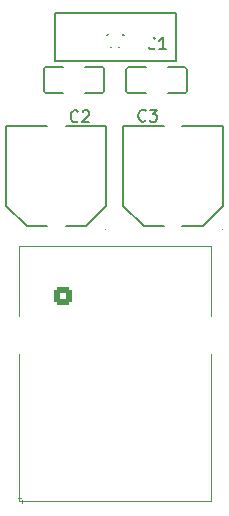
<source format=gbr>
%TF.GenerationSoftware,KiCad,Pcbnew,7.0.5-0*%
%TF.CreationDate,2024-07-28T13:55:19+02:00*%
%TF.ProjectId,rj45-dynamixel-adapter,726a3435-2d64-4796-9e61-6d6978656c2d,rev?*%
%TF.SameCoordinates,Original*%
%TF.FileFunction,Legend,Top*%
%TF.FilePolarity,Positive*%
%FSLAX46Y46*%
G04 Gerber Fmt 4.6, Leading zero omitted, Abs format (unit mm)*
G04 Created by KiCad (PCBNEW 7.0.5-0) date 2024-07-28 13:55:19*
%MOMM*%
%LPD*%
G01*
G04 APERTURE LIST*
G04 Aperture macros list*
%AMRoundRect*
0 Rectangle with rounded corners*
0 $1 Rounding radius*
0 $2 $3 $4 $5 $6 $7 $8 $9 X,Y pos of 4 corners*
0 Add a 4 corners polygon primitive as box body*
4,1,4,$2,$3,$4,$5,$6,$7,$8,$9,$2,$3,0*
0 Add four circle primitives for the rounded corners*
1,1,$1+$1,$2,$3*
1,1,$1+$1,$4,$5*
1,1,$1+$1,$6,$7*
1,1,$1+$1,$8,$9*
0 Add four rect primitives between the rounded corners*
20,1,$1+$1,$2,$3,$4,$5,0*
20,1,$1+$1,$4,$5,$6,$7,0*
20,1,$1+$1,$6,$7,$8,$9,0*
20,1,$1+$1,$8,$9,$2,$3,0*%
G04 Aperture macros list end*
%ADD10C,0.150000*%
%ADD11C,0.120000*%
%ADD12C,0.152400*%
%ADD13C,0.059995*%
%ADD14C,3.250000*%
%ADD15RoundRect,0.250500X-0.499500X-0.499500X0.499500X-0.499500X0.499500X0.499500X-0.499500X0.499500X0*%
%ADD16C,1.500000*%
%ADD17C,2.500000*%
%ADD18R,1.485014X1.727991*%
%ADD19C,1.397000*%
%ADD20R,1.259995X3.610008*%
G04 APERTURE END LIST*
D10*
%TO.C,C1*%
X154333333Y-84642971D02*
X154285714Y-84690591D01*
X154285714Y-84690591D02*
X154142857Y-84738210D01*
X154142857Y-84738210D02*
X154047619Y-84738210D01*
X154047619Y-84738210D02*
X153904762Y-84690591D01*
X153904762Y-84690591D02*
X153809524Y-84595352D01*
X153809524Y-84595352D02*
X153761905Y-84500114D01*
X153761905Y-84500114D02*
X153714286Y-84309638D01*
X153714286Y-84309638D02*
X153714286Y-84166781D01*
X153714286Y-84166781D02*
X153761905Y-83976305D01*
X153761905Y-83976305D02*
X153809524Y-83881067D01*
X153809524Y-83881067D02*
X153904762Y-83785829D01*
X153904762Y-83785829D02*
X154047619Y-83738210D01*
X154047619Y-83738210D02*
X154142857Y-83738210D01*
X154142857Y-83738210D02*
X154285714Y-83785829D01*
X154285714Y-83785829D02*
X154333333Y-83833448D01*
X155285714Y-84738210D02*
X154714286Y-84738210D01*
X155000000Y-84738210D02*
X155000000Y-83738210D01*
X155000000Y-83738210D02*
X154904762Y-83881067D01*
X154904762Y-83881067D02*
X154809524Y-83976305D01*
X154809524Y-83976305D02*
X154714286Y-84023924D01*
%TO.C,J1*%
X151333333Y-84545180D02*
X151333333Y-83830895D01*
X151333333Y-83830895D02*
X151380952Y-83688038D01*
X151380952Y-83688038D02*
X151476190Y-83592800D01*
X151476190Y-83592800D02*
X151619047Y-83545180D01*
X151619047Y-83545180D02*
X151714285Y-83545180D01*
X150333333Y-83545180D02*
X150904761Y-83545180D01*
X150619047Y-83545180D02*
X150619047Y-84545180D01*
X150619047Y-84545180D02*
X150714285Y-84402323D01*
X150714285Y-84402323D02*
X150809523Y-84307085D01*
X150809523Y-84307085D02*
X150904761Y-84259466D01*
%TO.C,C3*%
X153572333Y-90765370D02*
X153524714Y-90812990D01*
X153524714Y-90812990D02*
X153381857Y-90860609D01*
X153381857Y-90860609D02*
X153286619Y-90860609D01*
X153286619Y-90860609D02*
X153143762Y-90812990D01*
X153143762Y-90812990D02*
X153048524Y-90717751D01*
X153048524Y-90717751D02*
X153000905Y-90622513D01*
X153000905Y-90622513D02*
X152953286Y-90432037D01*
X152953286Y-90432037D02*
X152953286Y-90289180D01*
X152953286Y-90289180D02*
X153000905Y-90098704D01*
X153000905Y-90098704D02*
X153048524Y-90003466D01*
X153048524Y-90003466D02*
X153143762Y-89908228D01*
X153143762Y-89908228D02*
X153286619Y-89860609D01*
X153286619Y-89860609D02*
X153381857Y-89860609D01*
X153381857Y-89860609D02*
X153524714Y-89908228D01*
X153524714Y-89908228D02*
X153572333Y-89955847D01*
X153905667Y-89860609D02*
X154524714Y-89860609D01*
X154524714Y-89860609D02*
X154191381Y-90241561D01*
X154191381Y-90241561D02*
X154334238Y-90241561D01*
X154334238Y-90241561D02*
X154429476Y-90289180D01*
X154429476Y-90289180D02*
X154477095Y-90336799D01*
X154477095Y-90336799D02*
X154524714Y-90432037D01*
X154524714Y-90432037D02*
X154524714Y-90670132D01*
X154524714Y-90670132D02*
X154477095Y-90765370D01*
X154477095Y-90765370D02*
X154429476Y-90812990D01*
X154429476Y-90812990D02*
X154334238Y-90860609D01*
X154334238Y-90860609D02*
X154048524Y-90860609D01*
X154048524Y-90860609D02*
X153953286Y-90812990D01*
X153953286Y-90812990D02*
X153905667Y-90765370D01*
%TO.C,C2*%
X147841333Y-90828189D02*
X147793714Y-90875809D01*
X147793714Y-90875809D02*
X147650857Y-90923428D01*
X147650857Y-90923428D02*
X147555619Y-90923428D01*
X147555619Y-90923428D02*
X147412762Y-90875809D01*
X147412762Y-90875809D02*
X147317524Y-90780570D01*
X147317524Y-90780570D02*
X147269905Y-90685332D01*
X147269905Y-90685332D02*
X147222286Y-90494856D01*
X147222286Y-90494856D02*
X147222286Y-90351999D01*
X147222286Y-90351999D02*
X147269905Y-90161523D01*
X147269905Y-90161523D02*
X147317524Y-90066285D01*
X147317524Y-90066285D02*
X147412762Y-89971047D01*
X147412762Y-89971047D02*
X147555619Y-89923428D01*
X147555619Y-89923428D02*
X147650857Y-89923428D01*
X147650857Y-89923428D02*
X147793714Y-89971047D01*
X147793714Y-89971047D02*
X147841333Y-90018666D01*
X148222286Y-90018666D02*
X148269905Y-89971047D01*
X148269905Y-89971047D02*
X148365143Y-89923428D01*
X148365143Y-89923428D02*
X148603238Y-89923428D01*
X148603238Y-89923428D02*
X148698476Y-89971047D01*
X148698476Y-89971047D02*
X148746095Y-90018666D01*
X148746095Y-90018666D02*
X148793714Y-90113904D01*
X148793714Y-90113904D02*
X148793714Y-90209142D01*
X148793714Y-90209142D02*
X148746095Y-90351999D01*
X148746095Y-90351999D02*
X148174667Y-90923428D01*
X148174667Y-90923428D02*
X148793714Y-90923428D01*
D11*
%TO.C,J3*%
X142880000Y-101390000D02*
X142880000Y-107300000D01*
X142880000Y-101390000D02*
X159120000Y-101390000D01*
X142880000Y-110580000D02*
X142880000Y-123030000D01*
X143000000Y-122760000D02*
X142750000Y-122760000D01*
X143100000Y-122910000D02*
X143100000Y-123160000D01*
X159120000Y-101390000D02*
X159120000Y-107300000D01*
X159120000Y-110580000D02*
X159120000Y-123030000D01*
X159120000Y-123030000D02*
X142880000Y-123030000D01*
D12*
%TO.C,C1*%
X151936398Y-88316208D02*
X151936398Y-86435792D01*
X152088799Y-86283391D02*
X153573787Y-86283391D01*
X153573787Y-88468609D02*
X152088799Y-88468609D01*
X155426213Y-88468609D02*
X156911201Y-88468609D01*
X156911201Y-86283391D02*
X155426213Y-86283391D01*
X157063602Y-88316208D02*
X157063602Y-86435792D01*
X152088799Y-86283391D02*
G75*
G03*
X151936398Y-86435792I-1J-152400D01*
G01*
X151936398Y-88316208D02*
G75*
G03*
X152088799Y-88468609I152400J-1D01*
G01*
X157063609Y-86435792D02*
G75*
G03*
X156911201Y-86283391I-152409J-8D01*
G01*
X156911201Y-88468602D02*
G75*
G03*
X157063602Y-88316208I-1J152402D01*
G01*
D13*
X152930023Y-88176102D02*
G75*
G03*
X152930023Y-88176102I-29972J0D01*
G01*
D12*
%TO.C,J1*%
X156130800Y-85727000D02*
X156130800Y-81663000D01*
X156130800Y-81663000D02*
X145869200Y-81663000D01*
X145869200Y-85727000D02*
X156130800Y-85727000D01*
X145869200Y-81663000D02*
X145869200Y-85727000D01*
%TO.C,C3*%
X160124238Y-91266657D02*
X160124238Y-97982862D01*
X156680398Y-91266657D02*
X160124238Y-91266657D01*
X155115602Y-91266657D02*
X151671762Y-91266657D01*
X151671762Y-91266657D02*
X151671762Y-97982862D01*
X160124238Y-97982862D02*
X158387967Y-99719133D01*
X151671762Y-97982862D02*
X153408033Y-99719133D01*
X158387967Y-99719133D02*
X156680398Y-99719133D01*
X153408033Y-99719133D02*
X155115602Y-99719133D01*
D13*
X160078086Y-99993022D02*
G75*
G03*
X160078086Y-99993022I-29972J0D01*
G01*
D12*
%TO.C,C2*%
X150063602Y-86435792D02*
X150063602Y-88316208D01*
X149911201Y-88468609D02*
X148426213Y-88468609D01*
X148426213Y-86283391D02*
X149911201Y-86283391D01*
X146573787Y-86283391D02*
X145088799Y-86283391D01*
X145088799Y-88468609D02*
X146573787Y-88468609D01*
X144936398Y-86435792D02*
X144936398Y-88316208D01*
X149911201Y-88468609D02*
G75*
G03*
X150063602Y-88316208I1J152400D01*
G01*
X150063602Y-86435792D02*
G75*
G03*
X149911201Y-86283391I-152400J1D01*
G01*
X144936391Y-88316208D02*
G75*
G03*
X145088799Y-88468609I152409J8D01*
G01*
X145088799Y-86283398D02*
G75*
G03*
X144936398Y-86435792I1J-152402D01*
G01*
D13*
X149129921Y-86575898D02*
G75*
G03*
X149129921Y-86575898I-29972J0D01*
G01*
D12*
%TO.C,C4*%
X150226238Y-91273762D02*
X150226238Y-97989967D01*
X146782398Y-91273762D02*
X150226238Y-91273762D01*
X145217602Y-91273762D02*
X141773762Y-91273762D01*
X141773762Y-91273762D02*
X141773762Y-97989967D01*
X150226238Y-97989967D02*
X148489967Y-99726238D01*
X141773762Y-97989967D02*
X143510033Y-99726238D01*
X148489967Y-99726238D02*
X146782398Y-99726238D01*
X143510033Y-99726238D02*
X145217602Y-99726238D01*
D13*
X150180086Y-100000127D02*
G75*
G03*
X150180086Y-100000127I-29972J0D01*
G01*
%TD*%
%LPC*%
D14*
%TO.C,J3*%
X145285000Y-112010000D03*
X156715000Y-112010000D03*
D15*
X146560000Y-105650000D03*
D16*
X147820000Y-103110000D03*
X149100000Y-105650000D03*
X150360000Y-103110000D03*
X151640000Y-105650000D03*
X152900000Y-103110000D03*
X154180000Y-105650000D03*
X155440000Y-103110000D03*
D17*
X143255000Y-108960000D03*
X158745000Y-108960000D03*
%TD*%
D18*
%TO.C,C1*%
X152907417Y-87376000D03*
X156092583Y-87376000D03*
%TD*%
D19*
%TO.C,J1*%
X153500000Y-84000000D03*
X151000000Y-84000000D03*
X148500000Y-84000000D03*
%TD*%
D20*
%TO.C,C3*%
X155898000Y-98787790D03*
X155898000Y-92198000D03*
%TD*%
D18*
%TO.C,C2*%
X149092583Y-87376000D03*
X145907417Y-87376000D03*
%TD*%
D20*
%TO.C,C4*%
X146000000Y-98794895D03*
X146000000Y-92205105D03*
%TD*%
%LPD*%
M02*

</source>
